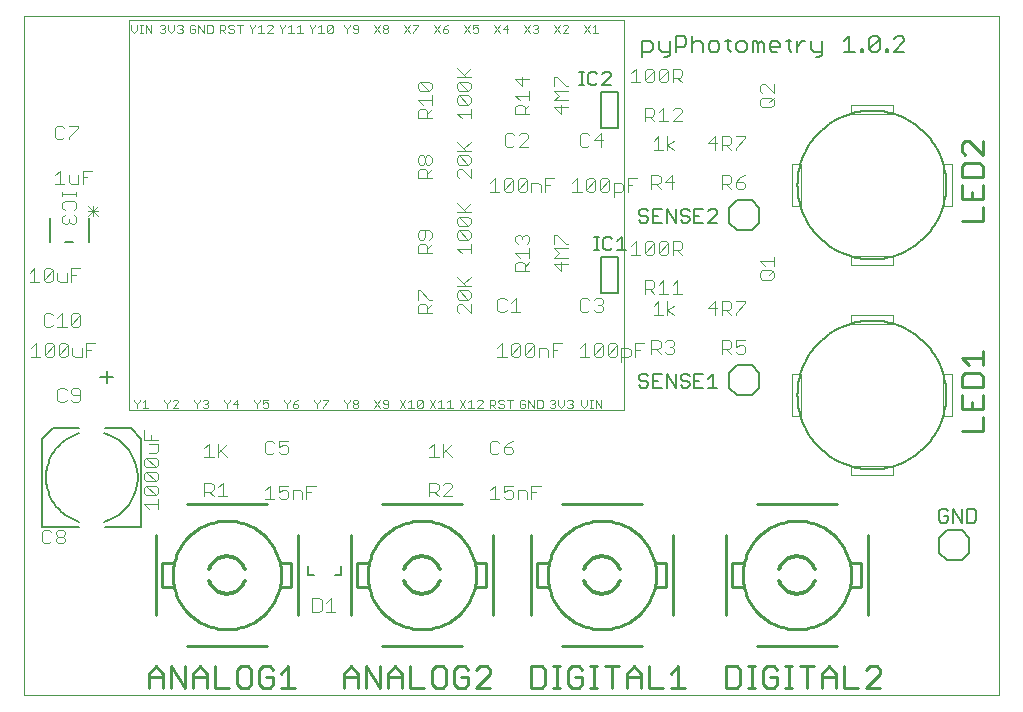
<source format=gto>
G75*
%MOIN*%
%OFA0B0*%
%FSLAX24Y24*%
%IPPOS*%
%LPD*%
%AMOC8*
5,1,8,0,0,1.08239X$1,22.5*
%
%ADD10C,0.0000*%
%ADD11C,0.0070*%
%ADD12C,0.0060*%
%ADD13C,0.0050*%
%ADD14C,0.0100*%
%ADD15C,0.0120*%
%ADD16C,0.0040*%
%ADD17C,0.0030*%
%ADD18C,0.0010*%
%ADD19C,0.0080*%
D10*
X000180Y003833D02*
X000180Y026453D01*
X032672Y026453D01*
X032672Y003833D01*
X000180Y003833D01*
X025753Y013125D02*
X026068Y013125D01*
X026068Y014542D01*
X025753Y014542D01*
X025753Y013125D01*
X027721Y011471D02*
X027721Y011156D01*
X029139Y011156D01*
X029139Y011471D01*
X027721Y011471D01*
X030792Y013125D02*
X031107Y013125D01*
X031107Y014542D01*
X030792Y014542D01*
X030792Y013125D01*
X029139Y016196D02*
X027721Y016196D01*
X027721Y016510D01*
X029139Y016510D01*
X029139Y016196D01*
X029139Y018156D02*
X027721Y018156D01*
X027721Y018471D01*
X029139Y018471D01*
X029139Y018156D01*
X030792Y020125D02*
X031107Y020125D01*
X031107Y021542D01*
X030792Y021542D01*
X030792Y020125D01*
X029139Y023196D02*
X027721Y023196D01*
X027721Y023510D01*
X029139Y023510D01*
X029139Y023196D01*
X026068Y021542D02*
X025753Y021542D01*
X025753Y020125D01*
X026068Y020125D01*
X026068Y021542D01*
D11*
X026577Y025092D02*
X026665Y025092D01*
X026754Y025180D01*
X026754Y025622D01*
X026754Y025268D02*
X026489Y025268D01*
X026400Y025357D01*
X026400Y025622D01*
X026205Y025622D02*
X026117Y025622D01*
X025940Y025445D01*
X025940Y025268D02*
X025940Y025622D01*
X025748Y025622D02*
X025571Y025622D01*
X025660Y025710D02*
X025660Y025357D01*
X025748Y025268D01*
X025373Y025445D02*
X025019Y025445D01*
X025019Y025357D02*
X025019Y025534D01*
X025107Y025622D01*
X025284Y025622D01*
X025373Y025534D01*
X025373Y025445D01*
X025284Y025268D02*
X025107Y025268D01*
X025019Y025357D01*
X024820Y025268D02*
X024820Y025534D01*
X024732Y025622D01*
X024643Y025534D01*
X024643Y025268D01*
X024467Y025268D02*
X024467Y025622D01*
X024555Y025622D01*
X024643Y025534D01*
X024268Y025534D02*
X024268Y025357D01*
X024179Y025268D01*
X024002Y025268D01*
X023914Y025357D01*
X023914Y025534D01*
X024002Y025622D01*
X024179Y025622D01*
X024268Y025534D01*
X023723Y025622D02*
X023546Y025622D01*
X023634Y025710D02*
X023634Y025357D01*
X023723Y025268D01*
X023347Y025357D02*
X023347Y025534D01*
X023258Y025622D01*
X023082Y025622D01*
X022993Y025534D01*
X022993Y025357D01*
X023082Y025268D01*
X023258Y025268D01*
X023347Y025357D01*
X022794Y025268D02*
X022794Y025534D01*
X022706Y025622D01*
X022529Y025622D01*
X022441Y025534D01*
X022242Y025534D02*
X022154Y025445D01*
X021888Y025445D01*
X021888Y025268D02*
X021888Y025799D01*
X022154Y025799D01*
X022242Y025710D01*
X022242Y025534D01*
X022441Y025799D02*
X022441Y025268D01*
X021689Y025268D02*
X021424Y025268D01*
X021336Y025357D01*
X021336Y025622D01*
X021137Y025534D02*
X021137Y025357D01*
X021049Y025268D01*
X020783Y025268D01*
X020783Y025092D02*
X020783Y025622D01*
X021049Y025622D01*
X021137Y025534D01*
X021689Y025622D02*
X021689Y025180D01*
X021601Y025092D01*
X021513Y025092D01*
X027505Y025268D02*
X027859Y025268D01*
X027682Y025268D02*
X027682Y025799D01*
X027505Y025622D01*
X028058Y025357D02*
X028146Y025357D01*
X028146Y025268D01*
X028058Y025268D01*
X028058Y025357D01*
X028334Y025357D02*
X028687Y025710D01*
X028687Y025357D01*
X028599Y025268D01*
X028422Y025268D01*
X028334Y025357D01*
X028334Y025710D01*
X028422Y025799D01*
X028599Y025799D01*
X028687Y025710D01*
X028886Y025357D02*
X028975Y025357D01*
X028975Y025268D01*
X028886Y025268D01*
X028886Y025357D01*
X029163Y025268D02*
X029516Y025622D01*
X029516Y025710D01*
X029428Y025799D01*
X029251Y025799D01*
X029163Y025710D01*
X029163Y025268D02*
X029516Y025268D01*
D12*
X024430Y020333D02*
X023930Y020333D01*
X023680Y020083D01*
X023680Y019583D01*
X023930Y019333D01*
X024430Y019333D01*
X024680Y019583D01*
X024680Y020083D01*
X024430Y020333D01*
X019960Y018441D02*
X019960Y017225D01*
X019399Y017225D01*
X019399Y018441D01*
X019960Y018441D01*
X023680Y014583D02*
X023930Y014833D01*
X024430Y014833D01*
X024680Y014583D01*
X024680Y014083D01*
X024430Y013833D01*
X023930Y013833D01*
X023680Y014083D01*
X023680Y014583D01*
X030680Y009083D02*
X030930Y009333D01*
X031430Y009333D01*
X031680Y009083D01*
X031680Y008583D01*
X031430Y008333D01*
X030930Y008333D01*
X030680Y008583D01*
X030680Y009083D01*
X019960Y022725D02*
X019399Y022725D01*
X019399Y023941D01*
X019960Y023941D01*
X019960Y022725D01*
X003137Y014434D02*
X002710Y014434D01*
X002924Y014647D02*
X002924Y014220D01*
X002320Y018933D02*
X002320Y019733D01*
X001810Y018933D02*
X001550Y018933D01*
X001040Y018933D02*
X001040Y019733D01*
X009620Y008143D02*
X009620Y007823D01*
X009840Y007823D01*
X010520Y007823D02*
X010740Y007823D01*
X010740Y008143D01*
D13*
X020675Y014153D02*
X020750Y014078D01*
X020900Y014078D01*
X020975Y014153D01*
X020975Y014228D01*
X020900Y014304D01*
X020750Y014304D01*
X020675Y014379D01*
X020675Y014454D01*
X020750Y014529D01*
X020900Y014529D01*
X020975Y014454D01*
X021135Y014529D02*
X021135Y014078D01*
X021436Y014078D01*
X021596Y014078D02*
X021596Y014529D01*
X021896Y014078D01*
X021896Y014529D01*
X022056Y014454D02*
X022056Y014379D01*
X022131Y014304D01*
X022281Y014304D01*
X022356Y014228D01*
X022356Y014153D01*
X022281Y014078D01*
X022131Y014078D01*
X022056Y014153D01*
X022056Y014454D02*
X022131Y014529D01*
X022281Y014529D01*
X022356Y014454D01*
X022517Y014529D02*
X022517Y014078D01*
X022817Y014078D01*
X022977Y014078D02*
X023277Y014078D01*
X023127Y014078D02*
X023127Y014529D01*
X022977Y014379D01*
X022817Y014529D02*
X022517Y014529D01*
X022517Y014304D02*
X022667Y014304D01*
X021436Y014529D02*
X021135Y014529D01*
X021135Y014304D02*
X021286Y014304D01*
X020245Y018658D02*
X019945Y018658D01*
X020095Y018658D02*
X020095Y019109D01*
X019945Y018959D01*
X019784Y019034D02*
X019709Y019109D01*
X019559Y019109D01*
X019484Y019034D01*
X019484Y018733D01*
X019559Y018658D01*
X019709Y018658D01*
X019784Y018733D01*
X019327Y018658D02*
X019177Y018658D01*
X019252Y018658D02*
X019252Y019109D01*
X019177Y019109D02*
X019327Y019109D01*
X020675Y019653D02*
X020750Y019578D01*
X020900Y019578D01*
X020975Y019653D01*
X020975Y019728D01*
X020900Y019804D01*
X020750Y019804D01*
X020675Y019879D01*
X020675Y019954D01*
X020750Y020029D01*
X020900Y020029D01*
X020975Y019954D01*
X021135Y020029D02*
X021135Y019578D01*
X021436Y019578D01*
X021596Y019578D02*
X021596Y020029D01*
X021896Y019578D01*
X021896Y020029D01*
X022056Y019954D02*
X022056Y019879D01*
X022131Y019804D01*
X022281Y019804D01*
X022356Y019728D01*
X022356Y019653D01*
X022281Y019578D01*
X022131Y019578D01*
X022056Y019653D01*
X022056Y019954D02*
X022131Y020029D01*
X022281Y020029D01*
X022356Y019954D01*
X022517Y020029D02*
X022517Y019578D01*
X022817Y019578D01*
X022977Y019578D02*
X023277Y019879D01*
X023277Y019954D01*
X023202Y020029D01*
X023052Y020029D01*
X022977Y019954D01*
X022817Y020029D02*
X022517Y020029D01*
X022517Y019804D02*
X022667Y019804D01*
X022977Y019578D02*
X023277Y019578D01*
X021436Y020029D02*
X021135Y020029D01*
X021135Y019804D02*
X021286Y019804D01*
X019745Y024158D02*
X019445Y024158D01*
X019745Y024459D01*
X019745Y024534D01*
X019670Y024609D01*
X019520Y024609D01*
X019445Y024534D01*
X019284Y024534D02*
X019209Y024609D01*
X019059Y024609D01*
X018984Y024534D01*
X018984Y024233D01*
X019059Y024158D01*
X019209Y024158D01*
X019284Y024233D01*
X018827Y024158D02*
X018677Y024158D01*
X018752Y024158D02*
X018752Y024609D01*
X018677Y024609D02*
X018827Y024609D01*
X025950Y020833D02*
X025952Y020932D01*
X025958Y021031D01*
X025968Y021130D01*
X025982Y021228D01*
X025999Y021326D01*
X026021Y021423D01*
X026047Y021519D01*
X026076Y021614D01*
X026109Y021707D01*
X026146Y021799D01*
X026186Y021890D01*
X026231Y021979D01*
X026278Y022066D01*
X026329Y022151D01*
X026384Y022234D01*
X026441Y022315D01*
X026502Y022393D01*
X026566Y022469D01*
X026633Y022542D01*
X026703Y022613D01*
X026775Y022680D01*
X026851Y022745D01*
X026928Y022807D01*
X027009Y022865D01*
X027091Y022921D01*
X027176Y022972D01*
X027262Y023021D01*
X027351Y023066D01*
X027441Y023107D01*
X027533Y023145D01*
X027626Y023179D01*
X027720Y023209D01*
X027816Y023236D01*
X027913Y023258D01*
X028010Y023277D01*
X028108Y023292D01*
X028207Y023303D01*
X028306Y023310D01*
X028405Y023313D01*
X028504Y023312D01*
X028604Y023307D01*
X028702Y023298D01*
X028801Y023285D01*
X028899Y023268D01*
X028996Y023248D01*
X029092Y023223D01*
X029187Y023195D01*
X029281Y023162D01*
X029373Y023127D01*
X029464Y023087D01*
X029554Y023044D01*
X029641Y022997D01*
X029727Y022947D01*
X029810Y022893D01*
X029892Y022836D01*
X029971Y022776D01*
X030047Y022713D01*
X030121Y022647D01*
X030192Y022578D01*
X030261Y022506D01*
X030326Y022431D01*
X030389Y022354D01*
X030448Y022275D01*
X030504Y022193D01*
X030557Y022109D01*
X030606Y022023D01*
X030652Y021935D01*
X030694Y021845D01*
X030733Y021753D01*
X030768Y021660D01*
X030799Y021566D01*
X030827Y021471D01*
X030850Y021374D01*
X030870Y021277D01*
X030886Y021179D01*
X030898Y021081D01*
X030906Y020982D01*
X030910Y020883D01*
X030910Y020783D01*
X030906Y020684D01*
X030898Y020585D01*
X030886Y020487D01*
X030870Y020389D01*
X030850Y020292D01*
X030827Y020195D01*
X030799Y020100D01*
X030768Y020006D01*
X030733Y019913D01*
X030694Y019821D01*
X030652Y019731D01*
X030606Y019643D01*
X030557Y019557D01*
X030504Y019473D01*
X030448Y019391D01*
X030389Y019312D01*
X030326Y019235D01*
X030261Y019160D01*
X030192Y019088D01*
X030121Y019019D01*
X030047Y018953D01*
X029971Y018890D01*
X029892Y018830D01*
X029810Y018773D01*
X029727Y018719D01*
X029641Y018669D01*
X029554Y018622D01*
X029464Y018579D01*
X029373Y018539D01*
X029281Y018504D01*
X029187Y018471D01*
X029092Y018443D01*
X028996Y018418D01*
X028899Y018398D01*
X028801Y018381D01*
X028702Y018368D01*
X028604Y018359D01*
X028504Y018354D01*
X028405Y018353D01*
X028306Y018356D01*
X028207Y018363D01*
X028108Y018374D01*
X028010Y018389D01*
X027913Y018408D01*
X027816Y018430D01*
X027720Y018457D01*
X027626Y018487D01*
X027533Y018521D01*
X027441Y018559D01*
X027351Y018600D01*
X027262Y018645D01*
X027176Y018694D01*
X027091Y018745D01*
X027009Y018801D01*
X026928Y018859D01*
X026851Y018921D01*
X026775Y018986D01*
X026703Y019053D01*
X026633Y019124D01*
X026566Y019197D01*
X026502Y019273D01*
X026441Y019351D01*
X026384Y019432D01*
X026329Y019515D01*
X026278Y019600D01*
X026231Y019687D01*
X026186Y019776D01*
X026146Y019867D01*
X026109Y019959D01*
X026076Y020052D01*
X026047Y020147D01*
X026021Y020243D01*
X025999Y020340D01*
X025982Y020438D01*
X025968Y020536D01*
X025958Y020635D01*
X025952Y020734D01*
X025950Y020833D01*
X025950Y013833D02*
X025952Y013932D01*
X025958Y014031D01*
X025968Y014130D01*
X025982Y014228D01*
X025999Y014326D01*
X026021Y014423D01*
X026047Y014519D01*
X026076Y014614D01*
X026109Y014707D01*
X026146Y014799D01*
X026186Y014890D01*
X026231Y014979D01*
X026278Y015066D01*
X026329Y015151D01*
X026384Y015234D01*
X026441Y015315D01*
X026502Y015393D01*
X026566Y015469D01*
X026633Y015542D01*
X026703Y015613D01*
X026775Y015680D01*
X026851Y015745D01*
X026928Y015807D01*
X027009Y015865D01*
X027091Y015921D01*
X027176Y015972D01*
X027262Y016021D01*
X027351Y016066D01*
X027441Y016107D01*
X027533Y016145D01*
X027626Y016179D01*
X027720Y016209D01*
X027816Y016236D01*
X027913Y016258D01*
X028010Y016277D01*
X028108Y016292D01*
X028207Y016303D01*
X028306Y016310D01*
X028405Y016313D01*
X028504Y016312D01*
X028604Y016307D01*
X028702Y016298D01*
X028801Y016285D01*
X028899Y016268D01*
X028996Y016248D01*
X029092Y016223D01*
X029187Y016195D01*
X029281Y016162D01*
X029373Y016127D01*
X029464Y016087D01*
X029554Y016044D01*
X029641Y015997D01*
X029727Y015947D01*
X029810Y015893D01*
X029892Y015836D01*
X029971Y015776D01*
X030047Y015713D01*
X030121Y015647D01*
X030192Y015578D01*
X030261Y015506D01*
X030326Y015431D01*
X030389Y015354D01*
X030448Y015275D01*
X030504Y015193D01*
X030557Y015109D01*
X030606Y015023D01*
X030652Y014935D01*
X030694Y014845D01*
X030733Y014753D01*
X030768Y014660D01*
X030799Y014566D01*
X030827Y014471D01*
X030850Y014374D01*
X030870Y014277D01*
X030886Y014179D01*
X030898Y014081D01*
X030906Y013982D01*
X030910Y013883D01*
X030910Y013783D01*
X030906Y013684D01*
X030898Y013585D01*
X030886Y013487D01*
X030870Y013389D01*
X030850Y013292D01*
X030827Y013195D01*
X030799Y013100D01*
X030768Y013006D01*
X030733Y012913D01*
X030694Y012821D01*
X030652Y012731D01*
X030606Y012643D01*
X030557Y012557D01*
X030504Y012473D01*
X030448Y012391D01*
X030389Y012312D01*
X030326Y012235D01*
X030261Y012160D01*
X030192Y012088D01*
X030121Y012019D01*
X030047Y011953D01*
X029971Y011890D01*
X029892Y011830D01*
X029810Y011773D01*
X029727Y011719D01*
X029641Y011669D01*
X029554Y011622D01*
X029464Y011579D01*
X029373Y011539D01*
X029281Y011504D01*
X029187Y011471D01*
X029092Y011443D01*
X028996Y011418D01*
X028899Y011398D01*
X028801Y011381D01*
X028702Y011368D01*
X028604Y011359D01*
X028504Y011354D01*
X028405Y011353D01*
X028306Y011356D01*
X028207Y011363D01*
X028108Y011374D01*
X028010Y011389D01*
X027913Y011408D01*
X027816Y011430D01*
X027720Y011457D01*
X027626Y011487D01*
X027533Y011521D01*
X027441Y011559D01*
X027351Y011600D01*
X027262Y011645D01*
X027176Y011694D01*
X027091Y011745D01*
X027009Y011801D01*
X026928Y011859D01*
X026851Y011921D01*
X026775Y011986D01*
X026703Y012053D01*
X026633Y012124D01*
X026566Y012197D01*
X026502Y012273D01*
X026441Y012351D01*
X026384Y012432D01*
X026329Y012515D01*
X026278Y012600D01*
X026231Y012687D01*
X026186Y012776D01*
X026146Y012867D01*
X026109Y012959D01*
X026076Y013052D01*
X026047Y013147D01*
X026021Y013243D01*
X025999Y013340D01*
X025982Y013438D01*
X025968Y013536D01*
X025958Y013635D01*
X025952Y013734D01*
X025950Y013833D01*
X030675Y009954D02*
X030675Y009653D01*
X030750Y009578D01*
X030900Y009578D01*
X030975Y009653D01*
X030975Y009804D01*
X030825Y009804D01*
X030675Y009954D02*
X030750Y010029D01*
X030900Y010029D01*
X030975Y009954D01*
X031135Y010029D02*
X031436Y009578D01*
X031436Y010029D01*
X031596Y010029D02*
X031821Y010029D01*
X031896Y009954D01*
X031896Y009653D01*
X031821Y009578D01*
X031596Y009578D01*
X031596Y010029D01*
X031135Y010029D02*
X031135Y009578D01*
D14*
X028292Y009176D02*
X028292Y006491D01*
X028080Y007433D02*
X027730Y007433D01*
X028080Y007433D02*
X028080Y008233D01*
X027730Y008233D01*
X024121Y007833D02*
X024123Y007918D01*
X024129Y008002D01*
X024139Y008087D01*
X024153Y008170D01*
X024170Y008253D01*
X024192Y008335D01*
X024218Y008416D01*
X024247Y008496D01*
X024280Y008574D01*
X024316Y008650D01*
X024356Y008725D01*
X024400Y008798D01*
X024447Y008869D01*
X024497Y008937D01*
X024550Y009003D01*
X024607Y009066D01*
X024666Y009127D01*
X024728Y009185D01*
X024793Y009240D01*
X024860Y009292D01*
X024929Y009340D01*
X025001Y009385D01*
X025075Y009427D01*
X025151Y009465D01*
X025228Y009500D01*
X025307Y009531D01*
X025387Y009559D01*
X025469Y009582D01*
X025551Y009602D01*
X025634Y009618D01*
X025718Y009630D01*
X025803Y009638D01*
X025888Y009642D01*
X025972Y009642D01*
X026057Y009638D01*
X026142Y009630D01*
X026226Y009618D01*
X026309Y009602D01*
X026391Y009582D01*
X026473Y009559D01*
X026553Y009531D01*
X026632Y009500D01*
X026709Y009465D01*
X026785Y009427D01*
X026859Y009385D01*
X026931Y009340D01*
X027000Y009292D01*
X027067Y009240D01*
X027132Y009185D01*
X027194Y009127D01*
X027253Y009066D01*
X027310Y009003D01*
X027363Y008937D01*
X027413Y008869D01*
X027460Y008798D01*
X027504Y008725D01*
X027544Y008650D01*
X027580Y008574D01*
X027613Y008496D01*
X027642Y008416D01*
X027668Y008335D01*
X027690Y008253D01*
X027707Y008170D01*
X027721Y008087D01*
X027731Y008002D01*
X027737Y007918D01*
X027739Y007833D01*
X027737Y007748D01*
X027731Y007664D01*
X027721Y007579D01*
X027707Y007496D01*
X027690Y007413D01*
X027668Y007331D01*
X027642Y007250D01*
X027613Y007170D01*
X027580Y007092D01*
X027544Y007016D01*
X027504Y006941D01*
X027460Y006868D01*
X027413Y006797D01*
X027363Y006729D01*
X027310Y006663D01*
X027253Y006600D01*
X027194Y006539D01*
X027132Y006481D01*
X027067Y006426D01*
X027000Y006374D01*
X026931Y006326D01*
X026859Y006281D01*
X026785Y006239D01*
X026709Y006201D01*
X026632Y006166D01*
X026553Y006135D01*
X026473Y006107D01*
X026391Y006084D01*
X026309Y006064D01*
X026226Y006048D01*
X026142Y006036D01*
X026057Y006028D01*
X025972Y006024D01*
X025888Y006024D01*
X025803Y006028D01*
X025718Y006036D01*
X025634Y006048D01*
X025551Y006064D01*
X025469Y006084D01*
X025387Y006107D01*
X025307Y006135D01*
X025228Y006166D01*
X025151Y006201D01*
X025075Y006239D01*
X025001Y006281D01*
X024929Y006326D01*
X024860Y006374D01*
X024793Y006426D01*
X024728Y006481D01*
X024666Y006539D01*
X024607Y006600D01*
X024550Y006663D01*
X024497Y006729D01*
X024447Y006797D01*
X024400Y006868D01*
X024356Y006941D01*
X024316Y007016D01*
X024280Y007092D01*
X024247Y007170D01*
X024218Y007250D01*
X024192Y007331D01*
X024170Y007413D01*
X024153Y007496D01*
X024139Y007579D01*
X024129Y007664D01*
X024123Y007748D01*
X024121Y007833D01*
X024130Y008233D02*
X023780Y008233D01*
X023780Y007433D01*
X024130Y007433D01*
X023568Y006491D02*
X023568Y009176D01*
X024587Y010196D02*
X027273Y010196D01*
X031429Y012633D02*
X032130Y012633D01*
X032130Y013100D01*
X032130Y013370D02*
X032130Y013837D01*
X032130Y014107D02*
X032130Y014457D01*
X032013Y014574D01*
X031546Y014574D01*
X031429Y014457D01*
X031429Y014107D01*
X032130Y014107D01*
X031780Y013603D02*
X031780Y013370D01*
X032130Y013370D02*
X031429Y013370D01*
X031429Y013837D01*
X031663Y014843D02*
X031429Y015077D01*
X032130Y015077D01*
X032130Y015310D02*
X032130Y014843D01*
X032130Y019633D02*
X031429Y019633D01*
X032130Y019633D02*
X032130Y020100D01*
X032130Y020370D02*
X032130Y020837D01*
X032130Y021107D02*
X032130Y021457D01*
X032013Y021574D01*
X031546Y021574D01*
X031429Y021457D01*
X031429Y021107D01*
X032130Y021107D01*
X031780Y020603D02*
X031780Y020370D01*
X032130Y020370D02*
X031429Y020370D01*
X031429Y020837D01*
X031546Y021843D02*
X031429Y021960D01*
X031429Y022194D01*
X031546Y022310D01*
X031663Y022310D01*
X032130Y021843D01*
X032130Y022310D01*
X020773Y010196D02*
X018087Y010196D01*
X017068Y009176D02*
X017068Y006491D01*
X017280Y007433D02*
X017630Y007433D01*
X017280Y007433D02*
X017280Y008233D01*
X017630Y008233D01*
X017621Y007833D02*
X017623Y007918D01*
X017629Y008002D01*
X017639Y008087D01*
X017653Y008170D01*
X017670Y008253D01*
X017692Y008335D01*
X017718Y008416D01*
X017747Y008496D01*
X017780Y008574D01*
X017816Y008650D01*
X017856Y008725D01*
X017900Y008798D01*
X017947Y008869D01*
X017997Y008937D01*
X018050Y009003D01*
X018107Y009066D01*
X018166Y009127D01*
X018228Y009185D01*
X018293Y009240D01*
X018360Y009292D01*
X018429Y009340D01*
X018501Y009385D01*
X018575Y009427D01*
X018651Y009465D01*
X018728Y009500D01*
X018807Y009531D01*
X018887Y009559D01*
X018969Y009582D01*
X019051Y009602D01*
X019134Y009618D01*
X019218Y009630D01*
X019303Y009638D01*
X019388Y009642D01*
X019472Y009642D01*
X019557Y009638D01*
X019642Y009630D01*
X019726Y009618D01*
X019809Y009602D01*
X019891Y009582D01*
X019973Y009559D01*
X020053Y009531D01*
X020132Y009500D01*
X020209Y009465D01*
X020285Y009427D01*
X020359Y009385D01*
X020431Y009340D01*
X020500Y009292D01*
X020567Y009240D01*
X020632Y009185D01*
X020694Y009127D01*
X020753Y009066D01*
X020810Y009003D01*
X020863Y008937D01*
X020913Y008869D01*
X020960Y008798D01*
X021004Y008725D01*
X021044Y008650D01*
X021080Y008574D01*
X021113Y008496D01*
X021142Y008416D01*
X021168Y008335D01*
X021190Y008253D01*
X021207Y008170D01*
X021221Y008087D01*
X021231Y008002D01*
X021237Y007918D01*
X021239Y007833D01*
X021237Y007748D01*
X021231Y007664D01*
X021221Y007579D01*
X021207Y007496D01*
X021190Y007413D01*
X021168Y007331D01*
X021142Y007250D01*
X021113Y007170D01*
X021080Y007092D01*
X021044Y007016D01*
X021004Y006941D01*
X020960Y006868D01*
X020913Y006797D01*
X020863Y006729D01*
X020810Y006663D01*
X020753Y006600D01*
X020694Y006539D01*
X020632Y006481D01*
X020567Y006426D01*
X020500Y006374D01*
X020431Y006326D01*
X020359Y006281D01*
X020285Y006239D01*
X020209Y006201D01*
X020132Y006166D01*
X020053Y006135D01*
X019973Y006107D01*
X019891Y006084D01*
X019809Y006064D01*
X019726Y006048D01*
X019642Y006036D01*
X019557Y006028D01*
X019472Y006024D01*
X019388Y006024D01*
X019303Y006028D01*
X019218Y006036D01*
X019134Y006048D01*
X019051Y006064D01*
X018969Y006084D01*
X018887Y006107D01*
X018807Y006135D01*
X018728Y006166D01*
X018651Y006201D01*
X018575Y006239D01*
X018501Y006281D01*
X018429Y006326D01*
X018360Y006374D01*
X018293Y006426D01*
X018228Y006481D01*
X018166Y006539D01*
X018107Y006600D01*
X018050Y006663D01*
X017997Y006729D01*
X017947Y006797D01*
X017900Y006868D01*
X017856Y006941D01*
X017816Y007016D01*
X017780Y007092D01*
X017747Y007170D01*
X017718Y007250D01*
X017692Y007331D01*
X017670Y007413D01*
X017653Y007496D01*
X017639Y007579D01*
X017629Y007664D01*
X017623Y007748D01*
X017621Y007833D01*
X015580Y007433D02*
X015580Y008233D01*
X015230Y008233D01*
X015230Y007433D02*
X015580Y007433D01*
X015792Y006491D02*
X015792Y009176D01*
X014773Y010196D02*
X012087Y010196D01*
X011068Y009176D02*
X011068Y006491D01*
X011280Y007433D02*
X011630Y007433D01*
X011280Y007433D02*
X011280Y008233D01*
X011630Y008233D01*
X011621Y007833D02*
X011623Y007918D01*
X011629Y008002D01*
X011639Y008087D01*
X011653Y008170D01*
X011670Y008253D01*
X011692Y008335D01*
X011718Y008416D01*
X011747Y008496D01*
X011780Y008574D01*
X011816Y008650D01*
X011856Y008725D01*
X011900Y008798D01*
X011947Y008869D01*
X011997Y008937D01*
X012050Y009003D01*
X012107Y009066D01*
X012166Y009127D01*
X012228Y009185D01*
X012293Y009240D01*
X012360Y009292D01*
X012429Y009340D01*
X012501Y009385D01*
X012575Y009427D01*
X012651Y009465D01*
X012728Y009500D01*
X012807Y009531D01*
X012887Y009559D01*
X012969Y009582D01*
X013051Y009602D01*
X013134Y009618D01*
X013218Y009630D01*
X013303Y009638D01*
X013388Y009642D01*
X013472Y009642D01*
X013557Y009638D01*
X013642Y009630D01*
X013726Y009618D01*
X013809Y009602D01*
X013891Y009582D01*
X013973Y009559D01*
X014053Y009531D01*
X014132Y009500D01*
X014209Y009465D01*
X014285Y009427D01*
X014359Y009385D01*
X014431Y009340D01*
X014500Y009292D01*
X014567Y009240D01*
X014632Y009185D01*
X014694Y009127D01*
X014753Y009066D01*
X014810Y009003D01*
X014863Y008937D01*
X014913Y008869D01*
X014960Y008798D01*
X015004Y008725D01*
X015044Y008650D01*
X015080Y008574D01*
X015113Y008496D01*
X015142Y008416D01*
X015168Y008335D01*
X015190Y008253D01*
X015207Y008170D01*
X015221Y008087D01*
X015231Y008002D01*
X015237Y007918D01*
X015239Y007833D01*
X015237Y007748D01*
X015231Y007664D01*
X015221Y007579D01*
X015207Y007496D01*
X015190Y007413D01*
X015168Y007331D01*
X015142Y007250D01*
X015113Y007170D01*
X015080Y007092D01*
X015044Y007016D01*
X015004Y006941D01*
X014960Y006868D01*
X014913Y006797D01*
X014863Y006729D01*
X014810Y006663D01*
X014753Y006600D01*
X014694Y006539D01*
X014632Y006481D01*
X014567Y006426D01*
X014500Y006374D01*
X014431Y006326D01*
X014359Y006281D01*
X014285Y006239D01*
X014209Y006201D01*
X014132Y006166D01*
X014053Y006135D01*
X013973Y006107D01*
X013891Y006084D01*
X013809Y006064D01*
X013726Y006048D01*
X013642Y006036D01*
X013557Y006028D01*
X013472Y006024D01*
X013388Y006024D01*
X013303Y006028D01*
X013218Y006036D01*
X013134Y006048D01*
X013051Y006064D01*
X012969Y006084D01*
X012887Y006107D01*
X012807Y006135D01*
X012728Y006166D01*
X012651Y006201D01*
X012575Y006239D01*
X012501Y006281D01*
X012429Y006326D01*
X012360Y006374D01*
X012293Y006426D01*
X012228Y006481D01*
X012166Y006539D01*
X012107Y006600D01*
X012050Y006663D01*
X011997Y006729D01*
X011947Y006797D01*
X011900Y006868D01*
X011856Y006941D01*
X011816Y007016D01*
X011780Y007092D01*
X011747Y007170D01*
X011718Y007250D01*
X011692Y007331D01*
X011670Y007413D01*
X011653Y007496D01*
X011639Y007579D01*
X011629Y007664D01*
X011623Y007748D01*
X011621Y007833D01*
X009292Y006491D02*
X009292Y009176D01*
X009080Y008233D02*
X008730Y008233D01*
X009080Y008233D02*
X009080Y007433D01*
X008730Y007433D01*
X005121Y007833D02*
X005123Y007918D01*
X005129Y008002D01*
X005139Y008087D01*
X005153Y008170D01*
X005170Y008253D01*
X005192Y008335D01*
X005218Y008416D01*
X005247Y008496D01*
X005280Y008574D01*
X005316Y008650D01*
X005356Y008725D01*
X005400Y008798D01*
X005447Y008869D01*
X005497Y008937D01*
X005550Y009003D01*
X005607Y009066D01*
X005666Y009127D01*
X005728Y009185D01*
X005793Y009240D01*
X005860Y009292D01*
X005929Y009340D01*
X006001Y009385D01*
X006075Y009427D01*
X006151Y009465D01*
X006228Y009500D01*
X006307Y009531D01*
X006387Y009559D01*
X006469Y009582D01*
X006551Y009602D01*
X006634Y009618D01*
X006718Y009630D01*
X006803Y009638D01*
X006888Y009642D01*
X006972Y009642D01*
X007057Y009638D01*
X007142Y009630D01*
X007226Y009618D01*
X007309Y009602D01*
X007391Y009582D01*
X007473Y009559D01*
X007553Y009531D01*
X007632Y009500D01*
X007709Y009465D01*
X007785Y009427D01*
X007859Y009385D01*
X007931Y009340D01*
X008000Y009292D01*
X008067Y009240D01*
X008132Y009185D01*
X008194Y009127D01*
X008253Y009066D01*
X008310Y009003D01*
X008363Y008937D01*
X008413Y008869D01*
X008460Y008798D01*
X008504Y008725D01*
X008544Y008650D01*
X008580Y008574D01*
X008613Y008496D01*
X008642Y008416D01*
X008668Y008335D01*
X008690Y008253D01*
X008707Y008170D01*
X008721Y008087D01*
X008731Y008002D01*
X008737Y007918D01*
X008739Y007833D01*
X008737Y007748D01*
X008731Y007664D01*
X008721Y007579D01*
X008707Y007496D01*
X008690Y007413D01*
X008668Y007331D01*
X008642Y007250D01*
X008613Y007170D01*
X008580Y007092D01*
X008544Y007016D01*
X008504Y006941D01*
X008460Y006868D01*
X008413Y006797D01*
X008363Y006729D01*
X008310Y006663D01*
X008253Y006600D01*
X008194Y006539D01*
X008132Y006481D01*
X008067Y006426D01*
X008000Y006374D01*
X007931Y006326D01*
X007859Y006281D01*
X007785Y006239D01*
X007709Y006201D01*
X007632Y006166D01*
X007553Y006135D01*
X007473Y006107D01*
X007391Y006084D01*
X007309Y006064D01*
X007226Y006048D01*
X007142Y006036D01*
X007057Y006028D01*
X006972Y006024D01*
X006888Y006024D01*
X006803Y006028D01*
X006718Y006036D01*
X006634Y006048D01*
X006551Y006064D01*
X006469Y006084D01*
X006387Y006107D01*
X006307Y006135D01*
X006228Y006166D01*
X006151Y006201D01*
X006075Y006239D01*
X006001Y006281D01*
X005929Y006326D01*
X005860Y006374D01*
X005793Y006426D01*
X005728Y006481D01*
X005666Y006539D01*
X005607Y006600D01*
X005550Y006663D01*
X005497Y006729D01*
X005447Y006797D01*
X005400Y006868D01*
X005356Y006941D01*
X005316Y007016D01*
X005280Y007092D01*
X005247Y007170D01*
X005218Y007250D01*
X005192Y007331D01*
X005170Y007413D01*
X005153Y007496D01*
X005139Y007579D01*
X005129Y007664D01*
X005123Y007748D01*
X005121Y007833D01*
X005130Y008233D02*
X004780Y008233D01*
X004780Y007433D01*
X005130Y007433D01*
X004568Y006491D02*
X004568Y009176D01*
X005587Y010196D02*
X008273Y010196D01*
X008273Y005471D02*
X005587Y005471D01*
X005527Y004784D02*
X005527Y004083D01*
X005060Y004784D01*
X005060Y004083D01*
X004791Y004083D02*
X004791Y004550D01*
X004557Y004784D01*
X004324Y004550D01*
X004324Y004083D01*
X004324Y004434D02*
X004791Y004434D01*
X005797Y004434D02*
X006264Y004434D01*
X006264Y004550D02*
X006264Y004083D01*
X006533Y004083D02*
X007001Y004083D01*
X007270Y004200D02*
X007387Y004083D01*
X007620Y004083D01*
X007737Y004200D01*
X007737Y004667D01*
X007620Y004784D01*
X007387Y004784D01*
X007270Y004667D01*
X007270Y004200D01*
X006533Y004083D02*
X006533Y004784D01*
X006264Y004550D02*
X006030Y004784D01*
X005797Y004550D01*
X005797Y004083D01*
X008007Y004200D02*
X008124Y004083D01*
X008357Y004083D01*
X008474Y004200D01*
X008474Y004434D01*
X008240Y004434D01*
X008007Y004667D02*
X008007Y004200D01*
X008007Y004667D02*
X008124Y004784D01*
X008357Y004784D01*
X008474Y004667D01*
X008743Y004550D02*
X008977Y004784D01*
X008977Y004083D01*
X009210Y004083D02*
X008743Y004083D01*
X010824Y004083D02*
X010824Y004550D01*
X011057Y004784D01*
X011291Y004550D01*
X011291Y004083D01*
X011560Y004083D02*
X011560Y004784D01*
X012027Y004083D01*
X012027Y004784D01*
X012297Y004550D02*
X012530Y004784D01*
X012764Y004550D01*
X012764Y004083D01*
X013033Y004083D02*
X013501Y004083D01*
X013770Y004200D02*
X013887Y004083D01*
X014120Y004083D01*
X014237Y004200D01*
X014237Y004667D01*
X014120Y004784D01*
X013887Y004784D01*
X013770Y004667D01*
X013770Y004200D01*
X014507Y004200D02*
X014507Y004667D01*
X014624Y004784D01*
X014857Y004784D01*
X014974Y004667D01*
X014974Y004434D02*
X014740Y004434D01*
X014974Y004434D02*
X014974Y004200D01*
X014857Y004083D01*
X014624Y004083D01*
X014507Y004200D01*
X015243Y004083D02*
X015710Y004550D01*
X015710Y004667D01*
X015594Y004784D01*
X015360Y004784D01*
X015243Y004667D01*
X015243Y004083D02*
X015710Y004083D01*
X017078Y004083D02*
X017428Y004083D01*
X017545Y004200D01*
X017545Y004667D01*
X017428Y004784D01*
X017078Y004784D01*
X017078Y004083D01*
X017815Y004083D02*
X018048Y004083D01*
X017931Y004083D02*
X017931Y004784D01*
X017815Y004784D02*
X018048Y004784D01*
X018306Y004667D02*
X018306Y004200D01*
X018423Y004083D01*
X018656Y004083D01*
X018773Y004200D01*
X018773Y004434D01*
X018539Y004434D01*
X018306Y004667D02*
X018423Y004784D01*
X018656Y004784D01*
X018773Y004667D01*
X019042Y004784D02*
X019276Y004784D01*
X019159Y004784D02*
X019159Y004083D01*
X019042Y004083D02*
X019276Y004083D01*
X019767Y004083D02*
X019767Y004784D01*
X019533Y004784D02*
X020001Y004784D01*
X020270Y004550D02*
X020504Y004784D01*
X020737Y004550D01*
X020737Y004083D01*
X021007Y004083D02*
X021474Y004083D01*
X021743Y004083D02*
X022210Y004083D01*
X021977Y004083D02*
X021977Y004784D01*
X021743Y004550D01*
X021007Y004784D02*
X021007Y004083D01*
X020737Y004434D02*
X020270Y004434D01*
X020270Y004550D02*
X020270Y004083D01*
X020773Y005471D02*
X018087Y005471D01*
X014773Y005471D02*
X012087Y005471D01*
X012297Y004550D02*
X012297Y004083D01*
X012297Y004434D02*
X012764Y004434D01*
X013033Y004784D02*
X013033Y004083D01*
X011291Y004434D02*
X010824Y004434D01*
X021230Y007433D02*
X021580Y007433D01*
X021580Y008233D01*
X021230Y008233D01*
X021792Y009176D02*
X021792Y006491D01*
X023578Y004784D02*
X023928Y004784D01*
X024045Y004667D01*
X024045Y004200D01*
X023928Y004083D01*
X023578Y004083D01*
X023578Y004784D01*
X024315Y004784D02*
X024548Y004784D01*
X024431Y004784D02*
X024431Y004083D01*
X024315Y004083D02*
X024548Y004083D01*
X024806Y004200D02*
X024923Y004083D01*
X025156Y004083D01*
X025273Y004200D01*
X025273Y004434D01*
X025039Y004434D01*
X024806Y004667D02*
X024806Y004200D01*
X024806Y004667D02*
X024923Y004784D01*
X025156Y004784D01*
X025273Y004667D01*
X025542Y004784D02*
X025776Y004784D01*
X025659Y004784D02*
X025659Y004083D01*
X025542Y004083D02*
X025776Y004083D01*
X026267Y004083D02*
X026267Y004784D01*
X026033Y004784D02*
X026501Y004784D01*
X026770Y004550D02*
X027004Y004784D01*
X027237Y004550D01*
X027237Y004083D01*
X027507Y004083D02*
X027974Y004083D01*
X028243Y004083D02*
X028710Y004550D01*
X028710Y004667D01*
X028594Y004784D01*
X028360Y004784D01*
X028243Y004667D01*
X028243Y004083D02*
X028710Y004083D01*
X027507Y004083D02*
X027507Y004784D01*
X027237Y004434D02*
X026770Y004434D01*
X026770Y004550D02*
X026770Y004083D01*
X027273Y005471D02*
X024587Y005471D01*
D15*
X025340Y008030D02*
X025357Y008075D01*
X025378Y008119D01*
X025402Y008161D01*
X025429Y008201D01*
X025459Y008239D01*
X025492Y008275D01*
X025528Y008308D01*
X025566Y008338D01*
X025607Y008364D01*
X025649Y008388D01*
X025693Y008408D01*
X025739Y008425D01*
X025786Y008438D01*
X025833Y008447D01*
X025881Y008453D01*
X025930Y008455D01*
X025979Y008453D01*
X026027Y008447D01*
X026074Y008438D01*
X026121Y008425D01*
X026167Y008408D01*
X026211Y008388D01*
X026253Y008364D01*
X026294Y008338D01*
X026332Y008308D01*
X026368Y008275D01*
X026401Y008239D01*
X026431Y008201D01*
X026458Y008161D01*
X026482Y008119D01*
X026503Y008075D01*
X026520Y008030D01*
X026520Y007636D02*
X026503Y007591D01*
X026482Y007547D01*
X026458Y007505D01*
X026431Y007465D01*
X026401Y007427D01*
X026368Y007391D01*
X026332Y007358D01*
X026294Y007328D01*
X026253Y007302D01*
X026211Y007278D01*
X026167Y007258D01*
X026121Y007241D01*
X026074Y007228D01*
X026027Y007219D01*
X025979Y007213D01*
X025930Y007211D01*
X025881Y007213D01*
X025833Y007219D01*
X025786Y007228D01*
X025739Y007241D01*
X025693Y007258D01*
X025649Y007278D01*
X025607Y007302D01*
X025566Y007328D01*
X025528Y007358D01*
X025492Y007391D01*
X025459Y007427D01*
X025429Y007465D01*
X025402Y007505D01*
X025378Y007547D01*
X025357Y007591D01*
X025340Y007636D01*
X020020Y008030D02*
X020003Y008075D01*
X019982Y008119D01*
X019958Y008161D01*
X019931Y008201D01*
X019901Y008239D01*
X019868Y008275D01*
X019832Y008308D01*
X019794Y008338D01*
X019753Y008364D01*
X019711Y008388D01*
X019667Y008408D01*
X019621Y008425D01*
X019574Y008438D01*
X019527Y008447D01*
X019479Y008453D01*
X019430Y008455D01*
X019381Y008453D01*
X019333Y008447D01*
X019286Y008438D01*
X019239Y008425D01*
X019193Y008408D01*
X019149Y008388D01*
X019107Y008364D01*
X019066Y008338D01*
X019028Y008308D01*
X018992Y008275D01*
X018959Y008239D01*
X018929Y008201D01*
X018902Y008161D01*
X018878Y008119D01*
X018857Y008075D01*
X018840Y008030D01*
X018840Y007636D02*
X018857Y007591D01*
X018878Y007547D01*
X018902Y007505D01*
X018929Y007465D01*
X018959Y007427D01*
X018992Y007391D01*
X019028Y007358D01*
X019066Y007328D01*
X019107Y007302D01*
X019149Y007278D01*
X019193Y007258D01*
X019239Y007241D01*
X019286Y007228D01*
X019333Y007219D01*
X019381Y007213D01*
X019430Y007211D01*
X019479Y007213D01*
X019527Y007219D01*
X019574Y007228D01*
X019621Y007241D01*
X019667Y007258D01*
X019711Y007278D01*
X019753Y007302D01*
X019794Y007328D01*
X019832Y007358D01*
X019868Y007391D01*
X019901Y007427D01*
X019931Y007465D01*
X019958Y007505D01*
X019982Y007547D01*
X020003Y007591D01*
X020020Y007636D01*
X014020Y008030D02*
X014003Y008075D01*
X013982Y008119D01*
X013958Y008161D01*
X013931Y008201D01*
X013901Y008239D01*
X013868Y008275D01*
X013832Y008308D01*
X013794Y008338D01*
X013753Y008364D01*
X013711Y008388D01*
X013667Y008408D01*
X013621Y008425D01*
X013574Y008438D01*
X013527Y008447D01*
X013479Y008453D01*
X013430Y008455D01*
X013381Y008453D01*
X013333Y008447D01*
X013286Y008438D01*
X013239Y008425D01*
X013193Y008408D01*
X013149Y008388D01*
X013107Y008364D01*
X013066Y008338D01*
X013028Y008308D01*
X012992Y008275D01*
X012959Y008239D01*
X012929Y008201D01*
X012902Y008161D01*
X012878Y008119D01*
X012857Y008075D01*
X012840Y008030D01*
X012840Y007636D02*
X012857Y007591D01*
X012878Y007547D01*
X012902Y007505D01*
X012929Y007465D01*
X012959Y007427D01*
X012992Y007391D01*
X013028Y007358D01*
X013066Y007328D01*
X013107Y007302D01*
X013149Y007278D01*
X013193Y007258D01*
X013239Y007241D01*
X013286Y007228D01*
X013333Y007219D01*
X013381Y007213D01*
X013430Y007211D01*
X013479Y007213D01*
X013527Y007219D01*
X013574Y007228D01*
X013621Y007241D01*
X013667Y007258D01*
X013711Y007278D01*
X013753Y007302D01*
X013794Y007328D01*
X013832Y007358D01*
X013868Y007391D01*
X013901Y007427D01*
X013931Y007465D01*
X013958Y007505D01*
X013982Y007547D01*
X014003Y007591D01*
X014020Y007636D01*
X007520Y008030D02*
X007503Y008075D01*
X007482Y008119D01*
X007458Y008161D01*
X007431Y008201D01*
X007401Y008239D01*
X007368Y008275D01*
X007332Y008308D01*
X007294Y008338D01*
X007253Y008364D01*
X007211Y008388D01*
X007167Y008408D01*
X007121Y008425D01*
X007074Y008438D01*
X007027Y008447D01*
X006979Y008453D01*
X006930Y008455D01*
X006881Y008453D01*
X006833Y008447D01*
X006786Y008438D01*
X006739Y008425D01*
X006693Y008408D01*
X006649Y008388D01*
X006607Y008364D01*
X006566Y008338D01*
X006528Y008308D01*
X006492Y008275D01*
X006459Y008239D01*
X006429Y008201D01*
X006402Y008161D01*
X006378Y008119D01*
X006357Y008075D01*
X006340Y008030D01*
X006340Y007636D02*
X006357Y007591D01*
X006378Y007547D01*
X006402Y007505D01*
X006429Y007465D01*
X006459Y007427D01*
X006492Y007391D01*
X006528Y007358D01*
X006566Y007328D01*
X006607Y007302D01*
X006649Y007278D01*
X006693Y007258D01*
X006739Y007241D01*
X006786Y007228D01*
X006833Y007219D01*
X006881Y007213D01*
X006930Y007211D01*
X006979Y007213D01*
X007027Y007219D01*
X007074Y007228D01*
X007121Y007241D01*
X007167Y007258D01*
X007211Y007278D01*
X007253Y007302D01*
X007294Y007328D01*
X007332Y007358D01*
X007368Y007391D01*
X007401Y007427D01*
X007431Y007465D01*
X007458Y007505D01*
X007482Y007547D01*
X007503Y007591D01*
X007520Y007636D01*
D16*
X009779Y007064D02*
X009779Y006603D01*
X010009Y006603D01*
X010086Y006680D01*
X010086Y006987D01*
X010009Y007064D01*
X009779Y007064D01*
X010240Y006910D02*
X010393Y007064D01*
X010393Y006603D01*
X010240Y006603D02*
X010547Y006603D01*
X009581Y010353D02*
X009581Y010814D01*
X009888Y010814D01*
X009735Y010584D02*
X009581Y010584D01*
X009428Y010584D02*
X009428Y010353D01*
X009428Y010584D02*
X009351Y010660D01*
X009121Y010660D01*
X009121Y010353D01*
X008967Y010430D02*
X008891Y010353D01*
X008737Y010353D01*
X008660Y010430D01*
X008660Y010584D02*
X008814Y010660D01*
X008891Y010660D01*
X008967Y010584D01*
X008967Y010430D01*
X008660Y010584D02*
X008660Y010814D01*
X008967Y010814D01*
X008353Y010814D02*
X008353Y010353D01*
X008200Y010353D02*
X008507Y010353D01*
X008200Y010660D02*
X008353Y010814D01*
X008277Y011853D02*
X008430Y011853D01*
X008507Y011930D01*
X008660Y011930D02*
X008737Y011853D01*
X008891Y011853D01*
X008967Y011930D01*
X008967Y012084D01*
X008891Y012160D01*
X008814Y012160D01*
X008660Y012084D01*
X008660Y012314D01*
X008967Y012314D01*
X008507Y012237D02*
X008430Y012314D01*
X008277Y012314D01*
X008200Y012237D01*
X008200Y011930D01*
X008277Y011853D01*
X006947Y011753D02*
X006716Y011984D01*
X006640Y011907D02*
X006947Y012214D01*
X006640Y012214D02*
X006640Y011753D01*
X006486Y011753D02*
X006179Y011753D01*
X006333Y011753D02*
X006333Y012214D01*
X006179Y012060D01*
X006179Y010914D02*
X006409Y010914D01*
X006486Y010837D01*
X006486Y010684D01*
X006409Y010607D01*
X006179Y010607D01*
X006179Y010453D02*
X006179Y010914D01*
X006333Y010607D02*
X006486Y010453D01*
X006640Y010453D02*
X006947Y010453D01*
X006793Y010453D02*
X006793Y010914D01*
X006640Y010760D01*
X004632Y010734D02*
X004632Y010581D01*
X004556Y010504D01*
X004249Y010811D01*
X004556Y010811D01*
X004632Y010734D01*
X004556Y010504D02*
X004249Y010504D01*
X004172Y010581D01*
X004172Y010734D01*
X004249Y010811D01*
X004249Y010965D02*
X004172Y011041D01*
X004172Y011195D01*
X004249Y011271D01*
X004556Y010965D01*
X004632Y011041D01*
X004632Y011195D01*
X004556Y011271D01*
X004249Y011271D01*
X004249Y011425D02*
X004172Y011502D01*
X004172Y011655D01*
X004249Y011732D01*
X004556Y011425D01*
X004632Y011502D01*
X004632Y011655D01*
X004556Y011732D01*
X004249Y011732D01*
X004326Y011885D02*
X004556Y011885D01*
X004632Y011962D01*
X004632Y012192D01*
X004326Y012192D01*
X004402Y012346D02*
X004402Y012499D01*
X004632Y012346D02*
X004172Y012346D01*
X004172Y012653D01*
X004249Y011425D02*
X004556Y011425D01*
X004556Y010965D02*
X004249Y010965D01*
X004632Y010351D02*
X004632Y010044D01*
X004632Y010197D02*
X004172Y010197D01*
X004326Y010044D01*
X001528Y009270D02*
X001528Y009194D01*
X001452Y009117D01*
X001298Y009117D01*
X001221Y009194D01*
X001221Y009270D01*
X001298Y009347D01*
X001452Y009347D01*
X001528Y009270D01*
X001452Y009117D02*
X001528Y009040D01*
X001528Y008964D01*
X001452Y008887D01*
X001298Y008887D01*
X001221Y008964D01*
X001221Y009040D01*
X001298Y009117D01*
X001068Y009270D02*
X000991Y009347D01*
X000838Y009347D01*
X000761Y009270D01*
X000761Y008964D01*
X000838Y008887D01*
X000991Y008887D01*
X001068Y008964D01*
X001356Y013603D02*
X001509Y013603D01*
X001586Y013680D01*
X001740Y013680D02*
X001816Y013603D01*
X001970Y013603D01*
X002047Y013680D01*
X002047Y013987D01*
X001970Y014064D01*
X001816Y014064D01*
X001740Y013987D01*
X001740Y013910D01*
X001816Y013834D01*
X002047Y013834D01*
X001586Y013987D02*
X001509Y014064D01*
X001356Y014064D01*
X001279Y013987D01*
X001279Y013680D01*
X001356Y013603D01*
X001396Y015103D02*
X001319Y015180D01*
X001626Y015487D01*
X001626Y015180D01*
X001549Y015103D01*
X001396Y015103D01*
X001319Y015180D02*
X001319Y015487D01*
X001396Y015564D01*
X001549Y015564D01*
X001626Y015487D01*
X001779Y015410D02*
X001779Y015180D01*
X001856Y015103D01*
X002086Y015103D01*
X002086Y015410D01*
X002240Y015334D02*
X002393Y015334D01*
X002240Y015564D02*
X002240Y015103D01*
X002240Y015564D02*
X002547Y015564D01*
X001970Y016103D02*
X001816Y016103D01*
X001740Y016180D01*
X002047Y016487D01*
X002047Y016180D01*
X001970Y016103D01*
X001740Y016180D02*
X001740Y016487D01*
X001816Y016564D01*
X001970Y016564D01*
X002047Y016487D01*
X001586Y016103D02*
X001279Y016103D01*
X001433Y016103D02*
X001433Y016564D01*
X001279Y016410D01*
X001126Y016487D02*
X001049Y016564D01*
X000896Y016564D01*
X000819Y016487D01*
X000819Y016180D01*
X000896Y016103D01*
X001049Y016103D01*
X001126Y016180D01*
X001089Y015564D02*
X000935Y015564D01*
X000858Y015487D01*
X000858Y015180D01*
X001165Y015487D01*
X001165Y015180D01*
X001089Y015103D01*
X000935Y015103D01*
X000858Y015180D01*
X000705Y015103D02*
X000398Y015103D01*
X000551Y015103D02*
X000551Y015564D01*
X000398Y015410D01*
X001089Y015564D02*
X001165Y015487D01*
X001049Y017603D02*
X000896Y017603D01*
X000819Y017680D01*
X001126Y017987D01*
X001126Y017680D01*
X001049Y017603D01*
X000819Y017680D02*
X000819Y017987D01*
X000896Y018064D01*
X001049Y018064D01*
X001126Y017987D01*
X001279Y017910D02*
X001279Y017680D01*
X001356Y017603D01*
X001586Y017603D01*
X001586Y017910D01*
X001740Y017834D02*
X001893Y017834D01*
X001740Y018064D02*
X001740Y017603D01*
X001740Y018064D02*
X002047Y018064D01*
X000665Y017603D02*
X000358Y017603D01*
X000512Y017603D02*
X000512Y018064D01*
X000358Y017910D01*
X001200Y020853D02*
X001507Y020853D01*
X001353Y020853D02*
X001353Y021314D01*
X001200Y021160D01*
X001660Y021160D02*
X001660Y020930D01*
X001737Y020853D01*
X001967Y020853D01*
X001967Y021160D01*
X002121Y021084D02*
X002274Y021084D01*
X002121Y021314D02*
X002121Y020853D01*
X002121Y021314D02*
X002428Y021314D01*
X001660Y022353D02*
X001660Y022430D01*
X001967Y022737D01*
X001967Y022814D01*
X001660Y022814D01*
X001507Y022737D02*
X001430Y022814D01*
X001277Y022814D01*
X001200Y022737D01*
X001200Y022430D01*
X001277Y022353D01*
X001430Y022353D01*
X001507Y022430D01*
X013300Y023053D02*
X013300Y023284D01*
X013376Y023360D01*
X013530Y023360D01*
X013607Y023284D01*
X013607Y023053D01*
X013760Y023053D02*
X013300Y023053D01*
X013607Y023207D02*
X013760Y023360D01*
X013760Y023514D02*
X013760Y023821D01*
X013760Y023667D02*
X013300Y023667D01*
X013453Y023514D01*
X013376Y023974D02*
X013300Y024051D01*
X013300Y024204D01*
X013376Y024281D01*
X013683Y023974D01*
X013760Y024051D01*
X013760Y024204D01*
X013683Y024281D01*
X013376Y024281D01*
X013376Y023974D02*
X013683Y023974D01*
X014600Y024051D02*
X014600Y024204D01*
X014676Y024281D01*
X014983Y023974D01*
X015060Y024051D01*
X015060Y024204D01*
X014983Y024281D01*
X014676Y024281D01*
X014600Y024435D02*
X015060Y024435D01*
X014907Y024435D02*
X014600Y024741D01*
X014830Y024511D02*
X015060Y024741D01*
X014983Y023974D02*
X014676Y023974D01*
X014600Y024051D01*
X014676Y023821D02*
X014983Y023514D01*
X015060Y023590D01*
X015060Y023744D01*
X014983Y023821D01*
X014676Y023821D01*
X014600Y023744D01*
X014600Y023590D01*
X014676Y023514D01*
X014983Y023514D01*
X015060Y023360D02*
X015060Y023053D01*
X015060Y023207D02*
X014600Y023207D01*
X014753Y023053D01*
X014600Y022281D02*
X014907Y021974D01*
X014830Y022051D02*
X015060Y022281D01*
X015060Y021974D02*
X014600Y021974D01*
X014676Y021821D02*
X014983Y021514D01*
X015060Y021590D01*
X015060Y021744D01*
X014983Y021821D01*
X014676Y021821D01*
X014600Y021744D01*
X014600Y021590D01*
X014676Y021514D01*
X014983Y021514D01*
X015060Y021360D02*
X015060Y021053D01*
X014753Y021360D01*
X014676Y021360D01*
X014600Y021284D01*
X014600Y021130D01*
X014676Y021053D01*
X014600Y020241D02*
X014907Y019935D01*
X014830Y020011D02*
X015060Y020241D01*
X015060Y019935D02*
X014600Y019935D01*
X014676Y019781D02*
X014983Y019474D01*
X015060Y019551D01*
X015060Y019704D01*
X014983Y019781D01*
X014676Y019781D01*
X014600Y019704D01*
X014600Y019551D01*
X014676Y019474D01*
X014983Y019474D01*
X014983Y019321D02*
X015060Y019244D01*
X015060Y019090D01*
X014983Y019014D01*
X014676Y019321D01*
X014983Y019321D01*
X014676Y019321D02*
X014600Y019244D01*
X014600Y019090D01*
X014676Y019014D01*
X014983Y019014D01*
X015060Y018860D02*
X015060Y018553D01*
X015060Y018707D02*
X014600Y018707D01*
X014753Y018553D01*
X014600Y017781D02*
X014907Y017474D01*
X014830Y017551D02*
X015060Y017781D01*
X015060Y017474D02*
X014600Y017474D01*
X014676Y017321D02*
X014983Y017014D01*
X015060Y017090D01*
X015060Y017244D01*
X014983Y017321D01*
X014676Y017321D01*
X014600Y017244D01*
X014600Y017090D01*
X014676Y017014D01*
X014983Y017014D01*
X015060Y016860D02*
X015060Y016553D01*
X014753Y016860D01*
X014676Y016860D01*
X014600Y016784D01*
X014600Y016630D01*
X014676Y016553D01*
X013760Y016553D02*
X013300Y016553D01*
X013300Y016784D01*
X013376Y016860D01*
X013530Y016860D01*
X013607Y016784D01*
X013607Y016553D01*
X013607Y016707D02*
X013760Y016860D01*
X013760Y017014D02*
X013683Y017014D01*
X013376Y017321D01*
X013300Y017321D01*
X013300Y017014D01*
X013300Y018553D02*
X013300Y018784D01*
X013376Y018860D01*
X013530Y018860D01*
X013607Y018784D01*
X013607Y018553D01*
X013760Y018553D02*
X013300Y018553D01*
X013607Y018707D02*
X013760Y018860D01*
X013683Y019014D02*
X013760Y019090D01*
X013760Y019244D01*
X013683Y019321D01*
X013376Y019321D01*
X013300Y019244D01*
X013300Y019090D01*
X013376Y019014D01*
X013453Y019014D01*
X013530Y019090D01*
X013530Y019321D01*
X013607Y021053D02*
X013607Y021284D01*
X013530Y021360D01*
X013376Y021360D01*
X013300Y021284D01*
X013300Y021053D01*
X013760Y021053D01*
X013607Y021207D02*
X013760Y021360D01*
X013683Y021514D02*
X013607Y021514D01*
X013530Y021590D01*
X013530Y021744D01*
X013607Y021821D01*
X013683Y021821D01*
X013760Y021744D01*
X013760Y021590D01*
X013683Y021514D01*
X013530Y021590D02*
X013453Y021514D01*
X013376Y021514D01*
X013300Y021590D01*
X013300Y021744D01*
X013376Y021821D01*
X013453Y021821D01*
X013530Y021744D01*
X015700Y020910D02*
X015853Y021064D01*
X015853Y020603D01*
X015700Y020603D02*
X016007Y020603D01*
X016160Y020680D02*
X016467Y020987D01*
X016467Y020680D01*
X016391Y020603D01*
X016237Y020603D01*
X016160Y020680D01*
X016160Y020987D01*
X016237Y021064D01*
X016391Y021064D01*
X016467Y020987D01*
X016621Y020987D02*
X016621Y020680D01*
X016928Y020987D01*
X016928Y020680D01*
X016851Y020603D01*
X016698Y020603D01*
X016621Y020680D01*
X016621Y020987D02*
X016698Y021064D01*
X016851Y021064D01*
X016928Y020987D01*
X017081Y020910D02*
X017311Y020910D01*
X017388Y020834D01*
X017388Y020603D01*
X017542Y020603D02*
X017542Y021064D01*
X017848Y021064D01*
X017695Y020834D02*
X017542Y020834D01*
X017081Y020910D02*
X017081Y020603D01*
X018450Y020603D02*
X018757Y020603D01*
X018603Y020603D02*
X018603Y021064D01*
X018450Y020910D01*
X018910Y020987D02*
X018910Y020680D01*
X019217Y020987D01*
X019217Y020680D01*
X019141Y020603D01*
X018987Y020603D01*
X018910Y020680D01*
X018910Y020987D02*
X018987Y021064D01*
X019141Y021064D01*
X019217Y020987D01*
X019371Y020987D02*
X019448Y021064D01*
X019601Y021064D01*
X019678Y020987D01*
X019371Y020680D01*
X019448Y020603D01*
X019601Y020603D01*
X019678Y020680D01*
X019678Y020987D01*
X019831Y020910D02*
X020061Y020910D01*
X020138Y020834D01*
X020138Y020680D01*
X020061Y020603D01*
X019831Y020603D01*
X019831Y020450D02*
X019831Y020910D01*
X019371Y020987D02*
X019371Y020680D01*
X020292Y020603D02*
X020292Y021064D01*
X020598Y021064D01*
X020445Y020834D02*
X020292Y020834D01*
X021079Y020857D02*
X021309Y020857D01*
X021386Y020934D01*
X021386Y021087D01*
X021309Y021164D01*
X021079Y021164D01*
X021079Y020703D01*
X021233Y020857D02*
X021386Y020703D01*
X021540Y020934D02*
X021847Y020934D01*
X021770Y021164D02*
X021540Y020934D01*
X021770Y020703D02*
X021770Y021164D01*
X021847Y022003D02*
X021616Y022157D01*
X021847Y022310D01*
X021616Y022464D02*
X021616Y022003D01*
X021463Y022003D02*
X021156Y022003D01*
X021309Y022003D02*
X021309Y022464D01*
X021156Y022310D01*
X021176Y022953D02*
X021022Y023107D01*
X021099Y023107D02*
X020869Y023107D01*
X020869Y022953D02*
X020869Y023414D01*
X021099Y023414D01*
X021176Y023337D01*
X021176Y023184D01*
X021099Y023107D01*
X021329Y023260D02*
X021483Y023414D01*
X021483Y022953D01*
X021636Y022953D02*
X021329Y022953D01*
X021790Y022953D02*
X022097Y023260D01*
X022097Y023337D01*
X022020Y023414D01*
X021866Y023414D01*
X021790Y023337D01*
X021790Y022953D02*
X022097Y022953D01*
X022969Y022234D02*
X023276Y022234D01*
X023429Y022157D02*
X023659Y022157D01*
X023736Y022234D01*
X023736Y022387D01*
X023659Y022464D01*
X023429Y022464D01*
X023429Y022003D01*
X023583Y022157D02*
X023736Y022003D01*
X023890Y022003D02*
X023890Y022080D01*
X024197Y022387D01*
X024197Y022464D01*
X023890Y022464D01*
X023199Y022464D02*
X023199Y022003D01*
X022969Y022234D02*
X023199Y022464D01*
X023429Y021164D02*
X023659Y021164D01*
X023736Y021087D01*
X023736Y020934D01*
X023659Y020857D01*
X023429Y020857D01*
X023429Y020703D02*
X023429Y021164D01*
X023583Y020857D02*
X023736Y020703D01*
X023890Y020780D02*
X023890Y020934D01*
X024120Y020934D01*
X024197Y020857D01*
X024197Y020780D01*
X024120Y020703D01*
X023966Y020703D01*
X023890Y020780D01*
X023890Y020934D02*
X024043Y021087D01*
X024197Y021164D01*
X024776Y023433D02*
X024700Y023509D01*
X024700Y023663D01*
X024776Y023739D01*
X025083Y023739D01*
X025160Y023663D01*
X025160Y023509D01*
X025083Y023433D01*
X024776Y023433D01*
X025007Y023586D02*
X025160Y023739D01*
X025160Y023893D02*
X024853Y024200D01*
X024776Y024200D01*
X024700Y024123D01*
X024700Y023970D01*
X024776Y023893D01*
X025160Y023893D02*
X025160Y024200D01*
X022097Y024253D02*
X021943Y024407D01*
X022020Y024407D02*
X021790Y024407D01*
X021790Y024253D02*
X021790Y024714D01*
X022020Y024714D01*
X022097Y024637D01*
X022097Y024484D01*
X022020Y024407D01*
X021636Y024330D02*
X021559Y024253D01*
X021406Y024253D01*
X021329Y024330D01*
X021636Y024637D01*
X021636Y024330D01*
X021329Y024330D02*
X021329Y024637D01*
X021406Y024714D01*
X021559Y024714D01*
X021636Y024637D01*
X021176Y024637D02*
X020869Y024330D01*
X020946Y024253D01*
X021099Y024253D01*
X021176Y024330D01*
X021176Y024637D01*
X021099Y024714D01*
X020946Y024714D01*
X020869Y024637D01*
X020869Y024330D01*
X020715Y024253D02*
X020408Y024253D01*
X020562Y024253D02*
X020562Y024714D01*
X020408Y024560D01*
X018310Y024124D02*
X018233Y024124D01*
X017926Y024431D01*
X017850Y024431D01*
X017850Y024124D01*
X017850Y023971D02*
X018310Y023971D01*
X018310Y023664D02*
X017850Y023664D01*
X018003Y023817D01*
X017850Y023971D01*
X018080Y023510D02*
X018080Y023203D01*
X017850Y023434D01*
X018310Y023434D01*
X018777Y022564D02*
X018700Y022487D01*
X018700Y022180D01*
X018777Y022103D01*
X018930Y022103D01*
X019007Y022180D01*
X019160Y022334D02*
X019467Y022334D01*
X019391Y022564D02*
X019391Y022103D01*
X019160Y022334D02*
X019391Y022564D01*
X019007Y022487D02*
X018930Y022564D01*
X018777Y022564D01*
X016967Y022487D02*
X016967Y022410D01*
X016660Y022103D01*
X016967Y022103D01*
X016967Y022487D02*
X016891Y022564D01*
X016737Y022564D01*
X016660Y022487D01*
X016507Y022487D02*
X016430Y022564D01*
X016277Y022564D01*
X016200Y022487D01*
X016200Y022180D01*
X016277Y022103D01*
X016430Y022103D01*
X016507Y022180D01*
X016550Y023203D02*
X016550Y023434D01*
X016626Y023510D01*
X016780Y023510D01*
X016857Y023434D01*
X016857Y023203D01*
X017010Y023203D02*
X016550Y023203D01*
X016857Y023357D02*
X017010Y023510D01*
X017010Y023664D02*
X017010Y023971D01*
X017010Y023817D02*
X016550Y023817D01*
X016703Y023664D01*
X016780Y024124D02*
X016550Y024354D01*
X017010Y024354D01*
X016780Y024431D02*
X016780Y024124D01*
X016857Y019181D02*
X016933Y019181D01*
X017010Y019104D01*
X017010Y018951D01*
X016933Y018874D01*
X017010Y018721D02*
X017010Y018414D01*
X017010Y018567D02*
X016550Y018567D01*
X016703Y018414D01*
X016626Y018260D02*
X016780Y018260D01*
X016857Y018184D01*
X016857Y017953D01*
X017010Y017953D02*
X016550Y017953D01*
X016550Y018184D01*
X016626Y018260D01*
X016857Y018107D02*
X017010Y018260D01*
X016626Y018874D02*
X016550Y018951D01*
X016550Y019104D01*
X016626Y019181D01*
X016703Y019181D01*
X016780Y019104D01*
X016857Y019181D01*
X016780Y019104D02*
X016780Y019028D01*
X017850Y019181D02*
X017850Y018874D01*
X017850Y018721D02*
X018310Y018721D01*
X018310Y018874D02*
X018233Y018874D01*
X017926Y019181D01*
X017850Y019181D01*
X017850Y018721D02*
X018003Y018567D01*
X017850Y018414D01*
X018310Y018414D01*
X018310Y018184D02*
X017850Y018184D01*
X018080Y017953D01*
X018080Y018260D01*
X018777Y017064D02*
X018700Y016987D01*
X018700Y016680D01*
X018777Y016603D01*
X018930Y016603D01*
X019007Y016680D01*
X019160Y016680D02*
X019237Y016603D01*
X019391Y016603D01*
X019467Y016680D01*
X019467Y016757D01*
X019391Y016834D01*
X019314Y016834D01*
X019391Y016834D02*
X019467Y016910D01*
X019467Y016987D01*
X019391Y017064D01*
X019237Y017064D01*
X019160Y016987D01*
X019007Y016987D02*
X018930Y017064D01*
X018777Y017064D01*
X018853Y015564D02*
X018853Y015103D01*
X018700Y015103D02*
X019007Y015103D01*
X019160Y015180D02*
X019467Y015487D01*
X019467Y015180D01*
X019391Y015103D01*
X019237Y015103D01*
X019160Y015180D01*
X019160Y015487D01*
X019237Y015564D01*
X019391Y015564D01*
X019467Y015487D01*
X019621Y015487D02*
X019621Y015180D01*
X019928Y015487D01*
X019928Y015180D01*
X019851Y015103D01*
X019698Y015103D01*
X019621Y015180D01*
X019621Y015487D02*
X019698Y015564D01*
X019851Y015564D01*
X019928Y015487D01*
X020081Y015410D02*
X020311Y015410D01*
X020388Y015334D01*
X020388Y015180D01*
X020311Y015103D01*
X020081Y015103D01*
X020081Y014950D02*
X020081Y015410D01*
X020542Y015334D02*
X020695Y015334D01*
X020542Y015564D02*
X020542Y015103D01*
X021079Y015203D02*
X021079Y015664D01*
X021309Y015664D01*
X021386Y015587D01*
X021386Y015434D01*
X021309Y015357D01*
X021079Y015357D01*
X021233Y015357D02*
X021386Y015203D01*
X021540Y015280D02*
X021616Y015203D01*
X021770Y015203D01*
X021847Y015280D01*
X021847Y015357D01*
X021770Y015434D01*
X021693Y015434D01*
X021770Y015434D02*
X021847Y015510D01*
X021847Y015587D01*
X021770Y015664D01*
X021616Y015664D01*
X021540Y015587D01*
X020848Y015564D02*
X020542Y015564D01*
X021156Y016503D02*
X021463Y016503D01*
X021616Y016503D02*
X021616Y016964D01*
X021636Y017203D02*
X021329Y017203D01*
X021176Y017203D02*
X021022Y017357D01*
X021099Y017357D02*
X020869Y017357D01*
X020869Y017203D02*
X020869Y017664D01*
X021099Y017664D01*
X021176Y017587D01*
X021176Y017434D01*
X021099Y017357D01*
X021329Y017510D02*
X021483Y017664D01*
X021483Y017203D01*
X021309Y016964D02*
X021309Y016503D01*
X021156Y016810D02*
X021309Y016964D01*
X021616Y016657D02*
X021847Y016810D01*
X021616Y016657D02*
X021847Y016503D01*
X021790Y017203D02*
X022097Y017203D01*
X021943Y017203D02*
X021943Y017664D01*
X021790Y017510D01*
X021790Y018503D02*
X021790Y018964D01*
X022020Y018964D01*
X022097Y018887D01*
X022097Y018734D01*
X022020Y018657D01*
X021790Y018657D01*
X021943Y018657D02*
X022097Y018503D01*
X021636Y018580D02*
X021636Y018887D01*
X021329Y018580D01*
X021406Y018503D01*
X021559Y018503D01*
X021636Y018580D01*
X021329Y018580D02*
X021329Y018887D01*
X021406Y018964D01*
X021559Y018964D01*
X021636Y018887D01*
X021176Y018887D02*
X020869Y018580D01*
X020946Y018503D01*
X021099Y018503D01*
X021176Y018580D01*
X021176Y018887D01*
X021099Y018964D01*
X020946Y018964D01*
X020869Y018887D01*
X020869Y018580D01*
X020715Y018503D02*
X020408Y018503D01*
X020562Y018503D02*
X020562Y018964D01*
X020408Y018810D01*
X022969Y016734D02*
X023276Y016734D01*
X023429Y016657D02*
X023659Y016657D01*
X023736Y016734D01*
X023736Y016887D01*
X023659Y016964D01*
X023429Y016964D01*
X023429Y016503D01*
X023583Y016657D02*
X023736Y016503D01*
X023890Y016503D02*
X023890Y016580D01*
X024197Y016887D01*
X024197Y016964D01*
X023890Y016964D01*
X023199Y016964D02*
X023199Y016503D01*
X022969Y016734D02*
X023199Y016964D01*
X024700Y017759D02*
X024700Y017913D01*
X024776Y017989D01*
X025083Y017989D01*
X025160Y017913D01*
X025160Y017759D01*
X025083Y017683D01*
X024776Y017683D01*
X024700Y017759D01*
X025007Y017836D02*
X025160Y017989D01*
X025160Y018143D02*
X025160Y018450D01*
X025160Y018296D02*
X024700Y018296D01*
X024853Y018143D01*
X024197Y015664D02*
X023890Y015664D01*
X023890Y015434D01*
X024043Y015510D01*
X024120Y015510D01*
X024197Y015434D01*
X024197Y015280D01*
X024120Y015203D01*
X023966Y015203D01*
X023890Y015280D01*
X023736Y015203D02*
X023583Y015357D01*
X023659Y015357D02*
X023429Y015357D01*
X023429Y015203D02*
X023429Y015664D01*
X023659Y015664D01*
X023736Y015587D01*
X023736Y015434D01*
X023659Y015357D01*
X018853Y015564D02*
X018700Y015410D01*
X018098Y015564D02*
X017792Y015564D01*
X017792Y015103D01*
X017638Y015103D02*
X017638Y015334D01*
X017561Y015410D01*
X017331Y015410D01*
X017331Y015103D01*
X017178Y015180D02*
X017178Y015487D01*
X016871Y015180D01*
X016948Y015103D01*
X017101Y015103D01*
X017178Y015180D01*
X017178Y015487D02*
X017101Y015564D01*
X016948Y015564D01*
X016871Y015487D01*
X016871Y015180D01*
X016717Y015180D02*
X016641Y015103D01*
X016487Y015103D01*
X016410Y015180D01*
X016717Y015487D01*
X016717Y015180D01*
X016410Y015180D02*
X016410Y015487D01*
X016487Y015564D01*
X016641Y015564D01*
X016717Y015487D01*
X016257Y015103D02*
X015950Y015103D01*
X016103Y015103D02*
X016103Y015564D01*
X015950Y015410D01*
X016027Y016603D02*
X016180Y016603D01*
X016257Y016680D01*
X016410Y016603D02*
X016717Y016603D01*
X016564Y016603D02*
X016564Y017064D01*
X016410Y016910D01*
X016257Y016987D02*
X016180Y017064D01*
X016027Y017064D01*
X015950Y016987D01*
X015950Y016680D01*
X016027Y016603D01*
X017792Y015334D02*
X017945Y015334D01*
X016467Y012314D02*
X016314Y012237D01*
X016160Y012084D01*
X016391Y012084D01*
X016467Y012007D01*
X016467Y011930D01*
X016391Y011853D01*
X016237Y011853D01*
X016160Y011930D01*
X016160Y012084D01*
X016007Y012237D02*
X015930Y012314D01*
X015777Y012314D01*
X015700Y012237D01*
X015700Y011930D01*
X015777Y011853D01*
X015930Y011853D01*
X016007Y011930D01*
X016160Y010814D02*
X016160Y010584D01*
X016314Y010660D01*
X016391Y010660D01*
X016467Y010584D01*
X016467Y010430D01*
X016391Y010353D01*
X016237Y010353D01*
X016160Y010430D01*
X016007Y010353D02*
X015700Y010353D01*
X015853Y010353D02*
X015853Y010814D01*
X015700Y010660D01*
X016160Y010814D02*
X016467Y010814D01*
X016621Y010660D02*
X016851Y010660D01*
X016928Y010584D01*
X016928Y010353D01*
X017081Y010353D02*
X017081Y010814D01*
X017388Y010814D01*
X017235Y010584D02*
X017081Y010584D01*
X016621Y010660D02*
X016621Y010353D01*
X014447Y010453D02*
X014140Y010453D01*
X014447Y010760D01*
X014447Y010837D01*
X014370Y010914D01*
X014216Y010914D01*
X014140Y010837D01*
X013986Y010837D02*
X013986Y010684D01*
X013909Y010607D01*
X013679Y010607D01*
X013679Y010453D02*
X013679Y010914D01*
X013909Y010914D01*
X013986Y010837D01*
X013833Y010607D02*
X013986Y010453D01*
X013986Y011753D02*
X013679Y011753D01*
X013833Y011753D02*
X013833Y012214D01*
X013679Y012060D01*
X014140Y011907D02*
X014447Y012214D01*
X014140Y012214D02*
X014140Y011753D01*
X014216Y011984D02*
X014447Y011753D01*
D17*
X014457Y013398D02*
X014267Y013398D01*
X014362Y013398D02*
X014362Y013683D01*
X014267Y013588D01*
X014167Y013398D02*
X013977Y013398D01*
X014072Y013398D02*
X014072Y013683D01*
X013977Y013588D01*
X013877Y013683D02*
X013687Y013398D01*
X013877Y013398D02*
X013687Y013683D01*
X013457Y013636D02*
X013267Y013445D01*
X013315Y013398D01*
X013410Y013398D01*
X013457Y013445D01*
X013457Y013636D01*
X013410Y013683D01*
X013315Y013683D01*
X013267Y013636D01*
X013267Y013445D01*
X013167Y013398D02*
X012977Y013398D01*
X013072Y013398D02*
X013072Y013683D01*
X012977Y013588D01*
X012877Y013683D02*
X012687Y013398D01*
X012877Y013398D02*
X012687Y013683D01*
X012312Y013636D02*
X012265Y013683D01*
X012170Y013683D01*
X012122Y013636D01*
X012122Y013588D01*
X012170Y013541D01*
X012312Y013541D01*
X012312Y013636D02*
X012312Y013445D01*
X012265Y013398D01*
X012170Y013398D01*
X012122Y013445D01*
X012022Y013398D02*
X011832Y013683D01*
X012022Y013683D02*
X011832Y013398D01*
X011312Y013445D02*
X011265Y013398D01*
X011170Y013398D01*
X011122Y013445D01*
X011122Y013493D01*
X011170Y013541D01*
X011265Y013541D01*
X011312Y013493D01*
X011312Y013445D01*
X011265Y013541D02*
X011312Y013588D01*
X011312Y013636D01*
X011265Y013683D01*
X011170Y013683D01*
X011122Y013636D01*
X011122Y013588D01*
X011170Y013541D01*
X011022Y013636D02*
X011022Y013683D01*
X011022Y013636D02*
X010927Y013541D01*
X010927Y013398D01*
X010927Y013541D02*
X010832Y013636D01*
X010832Y013683D01*
X010312Y013683D02*
X010312Y013636D01*
X010122Y013445D01*
X010122Y013398D01*
X009927Y013398D02*
X009927Y013541D01*
X010022Y013636D01*
X010022Y013683D01*
X010122Y013683D02*
X010312Y013683D01*
X009927Y013541D02*
X009832Y013636D01*
X009832Y013683D01*
X009312Y013683D02*
X009217Y013636D01*
X009122Y013541D01*
X009265Y013541D01*
X009312Y013493D01*
X009312Y013445D01*
X009265Y013398D01*
X009170Y013398D01*
X009122Y013445D01*
X009122Y013541D01*
X009022Y013636D02*
X009022Y013683D01*
X009022Y013636D02*
X008927Y013541D01*
X008927Y013398D01*
X008927Y013541D02*
X008832Y013636D01*
X008832Y013683D01*
X008312Y013683D02*
X008122Y013683D01*
X008122Y013541D01*
X008217Y013588D01*
X008265Y013588D01*
X008312Y013541D01*
X008312Y013445D01*
X008265Y013398D01*
X008170Y013398D01*
X008122Y013445D01*
X007927Y013398D02*
X007927Y013541D01*
X008022Y013636D01*
X008022Y013683D01*
X007927Y013541D02*
X007832Y013636D01*
X007832Y013683D01*
X007312Y013541D02*
X007122Y013541D01*
X007265Y013683D01*
X007265Y013398D01*
X006927Y013398D02*
X006927Y013541D01*
X007022Y013636D01*
X007022Y013683D01*
X006927Y013541D02*
X006832Y013636D01*
X006832Y013683D01*
X006312Y013636D02*
X006312Y013588D01*
X006265Y013541D01*
X006312Y013493D01*
X006312Y013445D01*
X006265Y013398D01*
X006170Y013398D01*
X006122Y013445D01*
X006217Y013541D02*
X006265Y013541D01*
X006312Y013636D02*
X006265Y013683D01*
X006170Y013683D01*
X006122Y013636D01*
X006022Y013636D02*
X006022Y013683D01*
X006022Y013636D02*
X005927Y013541D01*
X005927Y013398D01*
X005927Y013541D02*
X005832Y013636D01*
X005832Y013683D01*
X005312Y013636D02*
X005265Y013683D01*
X005170Y013683D01*
X005122Y013636D01*
X005022Y013636D02*
X005022Y013683D01*
X005022Y013636D02*
X004927Y013541D01*
X004927Y013398D01*
X004927Y013541D02*
X004832Y013636D01*
X004832Y013683D01*
X005122Y013398D02*
X005312Y013588D01*
X005312Y013636D01*
X005312Y013398D02*
X005122Y013398D01*
X004312Y013398D02*
X004122Y013398D01*
X004217Y013398D02*
X004217Y013683D01*
X004122Y013588D01*
X004022Y013636D02*
X004022Y013683D01*
X004022Y013636D02*
X003927Y013541D01*
X003927Y013398D01*
X003927Y013541D02*
X003832Y013636D01*
X003832Y013683D01*
X001837Y019527D02*
X001759Y019527D01*
X001680Y019606D01*
X001602Y019527D01*
X001523Y019527D01*
X001445Y019606D01*
X001445Y019763D01*
X001523Y019841D01*
X001523Y019988D02*
X001445Y020066D01*
X001445Y020223D01*
X001523Y020301D01*
X001837Y020301D01*
X001915Y020223D01*
X001915Y020066D01*
X001837Y019988D01*
X001837Y019841D02*
X001915Y019763D01*
X001915Y019606D01*
X001837Y019527D01*
X001680Y019606D02*
X001680Y019684D01*
X002313Y019805D02*
X002627Y020118D01*
X002627Y019962D02*
X002313Y019962D01*
X002313Y020118D02*
X002627Y019805D01*
X002470Y019805D02*
X002470Y020118D01*
X001915Y020452D02*
X001915Y020608D01*
X001915Y020530D02*
X001445Y020530D01*
X001445Y020608D02*
X001445Y020452D01*
X003831Y025898D02*
X003926Y025993D01*
X003926Y026183D01*
X004025Y026183D02*
X004121Y026183D01*
X004073Y026183D02*
X004073Y025898D01*
X004025Y025898D02*
X004121Y025898D01*
X004219Y025898D02*
X004219Y026183D01*
X004409Y025898D01*
X004409Y026183D01*
X004687Y026136D02*
X004735Y026183D01*
X004830Y026183D01*
X004877Y026136D01*
X004877Y026088D01*
X004830Y026041D01*
X004877Y025993D01*
X004877Y025945D01*
X004830Y025898D01*
X004735Y025898D01*
X004687Y025945D01*
X004782Y026041D02*
X004830Y026041D01*
X004977Y025993D02*
X005072Y025898D01*
X005167Y025993D01*
X005167Y026183D01*
X005267Y026136D02*
X005315Y026183D01*
X005410Y026183D01*
X005457Y026136D01*
X005457Y026088D01*
X005410Y026041D01*
X005457Y025993D01*
X005457Y025945D01*
X005410Y025898D01*
X005315Y025898D01*
X005267Y025945D01*
X005362Y026041D02*
X005410Y026041D01*
X005687Y026136D02*
X005687Y025945D01*
X005735Y025898D01*
X005830Y025898D01*
X005877Y025945D01*
X005877Y026041D01*
X005782Y026041D01*
X005687Y026136D02*
X005735Y026183D01*
X005830Y026183D01*
X005877Y026136D01*
X005977Y026183D02*
X006167Y025898D01*
X006167Y026183D01*
X006267Y026183D02*
X006410Y026183D01*
X006457Y026136D01*
X006457Y025945D01*
X006410Y025898D01*
X006267Y025898D01*
X006267Y026183D01*
X005977Y026183D02*
X005977Y025898D01*
X006687Y025898D02*
X006687Y026183D01*
X006830Y026183D01*
X006877Y026136D01*
X006877Y026041D01*
X006830Y025993D01*
X006687Y025993D01*
X006782Y025993D02*
X006877Y025898D01*
X006977Y025945D02*
X007025Y025898D01*
X007120Y025898D01*
X007167Y025945D01*
X007167Y025993D01*
X007120Y026041D01*
X007025Y026041D01*
X006977Y026088D01*
X006977Y026136D01*
X007025Y026183D01*
X007120Y026183D01*
X007167Y026136D01*
X007267Y026183D02*
X007457Y026183D01*
X007362Y026183D02*
X007362Y025898D01*
X007687Y026136D02*
X007782Y026041D01*
X007782Y025898D01*
X007782Y026041D02*
X007877Y026136D01*
X007877Y026183D01*
X007977Y026088D02*
X008072Y026183D01*
X008072Y025898D01*
X007977Y025898D02*
X008167Y025898D01*
X008267Y025898D02*
X008457Y026088D01*
X008457Y026136D01*
X008410Y026183D01*
X008315Y026183D01*
X008267Y026136D01*
X008267Y025898D02*
X008457Y025898D01*
X008782Y025898D02*
X008782Y026041D01*
X008877Y026136D01*
X008877Y026183D01*
X008977Y026088D02*
X009072Y026183D01*
X009072Y025898D01*
X008977Y025898D02*
X009167Y025898D01*
X009267Y025898D02*
X009457Y025898D01*
X009362Y025898D02*
X009362Y026183D01*
X009267Y026088D01*
X008782Y026041D02*
X008687Y026136D01*
X008687Y026183D01*
X007687Y026183D02*
X007687Y026136D01*
X009687Y026136D02*
X009782Y026041D01*
X009782Y025898D01*
X009782Y026041D02*
X009877Y026136D01*
X009877Y026183D01*
X009977Y026088D02*
X010072Y026183D01*
X010072Y025898D01*
X009977Y025898D02*
X010167Y025898D01*
X010267Y025945D02*
X010457Y026136D01*
X010457Y025945D01*
X010410Y025898D01*
X010315Y025898D01*
X010267Y025945D01*
X010267Y026136D01*
X010315Y026183D01*
X010410Y026183D01*
X010457Y026136D01*
X010832Y026136D02*
X010927Y026041D01*
X010927Y025898D01*
X010927Y026041D02*
X011022Y026136D01*
X011022Y026183D01*
X011122Y026136D02*
X011122Y026088D01*
X011170Y026041D01*
X011312Y026041D01*
X011312Y026136D02*
X011265Y026183D01*
X011170Y026183D01*
X011122Y026136D01*
X011312Y026136D02*
X011312Y025945D01*
X011265Y025898D01*
X011170Y025898D01*
X011122Y025945D01*
X010832Y026136D02*
X010832Y026183D01*
X011832Y026183D02*
X012022Y025898D01*
X012122Y025945D02*
X012122Y025993D01*
X012170Y026041D01*
X012265Y026041D01*
X012312Y025993D01*
X012312Y025945D01*
X012265Y025898D01*
X012170Y025898D01*
X012122Y025945D01*
X012170Y026041D02*
X012122Y026088D01*
X012122Y026136D01*
X012170Y026183D01*
X012265Y026183D01*
X012312Y026136D01*
X012312Y026088D01*
X012265Y026041D01*
X012022Y026183D02*
X011832Y025898D01*
X012832Y025898D02*
X013022Y026183D01*
X013122Y026183D02*
X013312Y026183D01*
X013312Y026136D01*
X013122Y025945D01*
X013122Y025898D01*
X013022Y025898D02*
X012832Y026183D01*
X013832Y026183D02*
X014022Y025898D01*
X014122Y025945D02*
X014170Y025898D01*
X014265Y025898D01*
X014312Y025945D01*
X014312Y025993D01*
X014265Y026041D01*
X014122Y026041D01*
X014122Y025945D01*
X014122Y026041D02*
X014217Y026136D01*
X014312Y026183D01*
X014022Y026183D02*
X013832Y025898D01*
X014832Y025898D02*
X015022Y026183D01*
X015122Y026183D02*
X015122Y026041D01*
X015217Y026088D01*
X015265Y026088D01*
X015312Y026041D01*
X015312Y025945D01*
X015265Y025898D01*
X015170Y025898D01*
X015122Y025945D01*
X015022Y025898D02*
X014832Y026183D01*
X015122Y026183D02*
X015312Y026183D01*
X015832Y026183D02*
X016022Y025898D01*
X016122Y026041D02*
X016312Y026041D01*
X016265Y026183D02*
X016122Y026041D01*
X016022Y026183D02*
X015832Y025898D01*
X016265Y025898D02*
X016265Y026183D01*
X016832Y026183D02*
X017022Y025898D01*
X017122Y025945D02*
X017170Y025898D01*
X017265Y025898D01*
X017312Y025945D01*
X017312Y025993D01*
X017265Y026041D01*
X017217Y026041D01*
X017265Y026041D02*
X017312Y026088D01*
X017312Y026136D01*
X017265Y026183D01*
X017170Y026183D01*
X017122Y026136D01*
X017022Y026183D02*
X016832Y025898D01*
X017832Y025898D02*
X018022Y026183D01*
X018122Y026136D02*
X018170Y026183D01*
X018265Y026183D01*
X018312Y026136D01*
X018312Y026088D01*
X018122Y025898D01*
X018312Y025898D01*
X018022Y025898D02*
X017832Y026183D01*
X018832Y026183D02*
X019022Y025898D01*
X019122Y025898D02*
X019312Y025898D01*
X019217Y025898D02*
X019217Y026183D01*
X019122Y026088D01*
X019022Y026183D02*
X018832Y025898D01*
X009687Y026136D02*
X009687Y026183D01*
X004977Y026183D02*
X004977Y025993D01*
X003831Y025898D02*
X003735Y025993D01*
X003735Y026183D01*
X014687Y013683D02*
X014877Y013398D01*
X014977Y013398D02*
X015167Y013398D01*
X015072Y013398D02*
X015072Y013683D01*
X014977Y013588D01*
X014877Y013683D02*
X014687Y013398D01*
X015267Y013398D02*
X015457Y013588D01*
X015457Y013636D01*
X015410Y013683D01*
X015315Y013683D01*
X015267Y013636D01*
X015267Y013398D02*
X015457Y013398D01*
X015687Y013398D02*
X015687Y013683D01*
X015830Y013683D01*
X015877Y013636D01*
X015877Y013541D01*
X015830Y013493D01*
X015687Y013493D01*
X015782Y013493D02*
X015877Y013398D01*
X015977Y013445D02*
X016025Y013398D01*
X016120Y013398D01*
X016167Y013445D01*
X016167Y013493D01*
X016120Y013541D01*
X016025Y013541D01*
X015977Y013588D01*
X015977Y013636D01*
X016025Y013683D01*
X016120Y013683D01*
X016167Y013636D01*
X016267Y013683D02*
X016457Y013683D01*
X016362Y013683D02*
X016362Y013398D01*
X016687Y013445D02*
X016735Y013398D01*
X016830Y013398D01*
X016877Y013445D01*
X016877Y013541D01*
X016782Y013541D01*
X016687Y013636D02*
X016687Y013445D01*
X016687Y013636D02*
X016735Y013683D01*
X016830Y013683D01*
X016877Y013636D01*
X016977Y013683D02*
X017167Y013398D01*
X017167Y013683D01*
X017267Y013683D02*
X017267Y013398D01*
X017410Y013398D01*
X017457Y013445D01*
X017457Y013636D01*
X017410Y013683D01*
X017267Y013683D01*
X016977Y013683D02*
X016977Y013398D01*
X017687Y013445D02*
X017735Y013398D01*
X017830Y013398D01*
X017877Y013445D01*
X017877Y013493D01*
X017830Y013541D01*
X017782Y013541D01*
X017830Y013541D02*
X017877Y013588D01*
X017877Y013636D01*
X017830Y013683D01*
X017735Y013683D01*
X017687Y013636D01*
X017977Y013683D02*
X017977Y013493D01*
X018072Y013398D01*
X018167Y013493D01*
X018167Y013683D01*
X018267Y013636D02*
X018315Y013683D01*
X018410Y013683D01*
X018457Y013636D01*
X018457Y013588D01*
X018410Y013541D01*
X018457Y013493D01*
X018457Y013445D01*
X018410Y013398D01*
X018315Y013398D01*
X018267Y013445D01*
X018362Y013541D02*
X018410Y013541D01*
X018735Y013493D02*
X018735Y013683D01*
X018735Y013493D02*
X018831Y013398D01*
X018926Y013493D01*
X018926Y013683D01*
X019025Y013683D02*
X019121Y013683D01*
X019073Y013683D02*
X019073Y013398D01*
X019025Y013398D02*
X019121Y013398D01*
X019219Y013398D02*
X019219Y013683D01*
X019409Y013398D01*
X019409Y013683D01*
D18*
X020180Y013333D02*
X020180Y026333D01*
X003680Y026333D01*
X003680Y013333D01*
X020180Y013333D01*
D19*
X004084Y012383D02*
X004084Y009430D01*
X002863Y009430D01*
X001997Y009430D02*
X000776Y009430D01*
X000776Y012383D01*
X001131Y012737D01*
X001997Y012737D01*
X002863Y012737D02*
X003729Y012737D01*
X004084Y012383D01*
X002017Y012560D02*
X001943Y012536D01*
X001870Y012509D01*
X001798Y012478D01*
X001728Y012444D01*
X001660Y012406D01*
X001594Y012365D01*
X001530Y012321D01*
X001469Y012273D01*
X001410Y012222D01*
X001354Y012169D01*
X001300Y012112D01*
X001249Y012053D01*
X001202Y011992D01*
X001157Y011928D01*
X001116Y011862D01*
X001078Y011794D01*
X001044Y011724D01*
X001014Y011653D01*
X000986Y011580D01*
X000963Y011505D01*
X000944Y011430D01*
X000928Y011354D01*
X000916Y011277D01*
X000908Y011200D01*
X000904Y011122D01*
X000904Y011044D01*
X000908Y010966D01*
X000916Y010889D01*
X000928Y010812D01*
X000944Y010736D01*
X000963Y010661D01*
X000986Y010586D01*
X001014Y010513D01*
X001044Y010442D01*
X001078Y010372D01*
X001116Y010304D01*
X001157Y010238D01*
X001202Y010174D01*
X001249Y010113D01*
X001300Y010054D01*
X001354Y009997D01*
X001410Y009944D01*
X001469Y009893D01*
X001530Y009845D01*
X001594Y009801D01*
X001660Y009760D01*
X001728Y009722D01*
X001798Y009688D01*
X001870Y009657D01*
X001943Y009630D01*
X002017Y009606D01*
X002843Y009606D02*
X002917Y009630D01*
X002990Y009657D01*
X003062Y009688D01*
X003132Y009722D01*
X003200Y009760D01*
X003266Y009801D01*
X003330Y009845D01*
X003391Y009893D01*
X003450Y009944D01*
X003506Y009997D01*
X003560Y010054D01*
X003611Y010113D01*
X003658Y010174D01*
X003703Y010238D01*
X003744Y010304D01*
X003782Y010372D01*
X003816Y010442D01*
X003846Y010513D01*
X003874Y010586D01*
X003897Y010661D01*
X003916Y010736D01*
X003932Y010812D01*
X003944Y010889D01*
X003952Y010966D01*
X003956Y011044D01*
X003956Y011122D01*
X003952Y011200D01*
X003944Y011277D01*
X003932Y011354D01*
X003916Y011430D01*
X003897Y011505D01*
X003874Y011580D01*
X003846Y011653D01*
X003816Y011724D01*
X003782Y011794D01*
X003744Y011862D01*
X003703Y011928D01*
X003658Y011992D01*
X003611Y012053D01*
X003560Y012112D01*
X003506Y012169D01*
X003450Y012222D01*
X003391Y012273D01*
X003330Y012321D01*
X003266Y012365D01*
X003200Y012406D01*
X003132Y012444D01*
X003062Y012478D01*
X002990Y012509D01*
X002917Y012536D01*
X002843Y012560D01*
M02*

</source>
